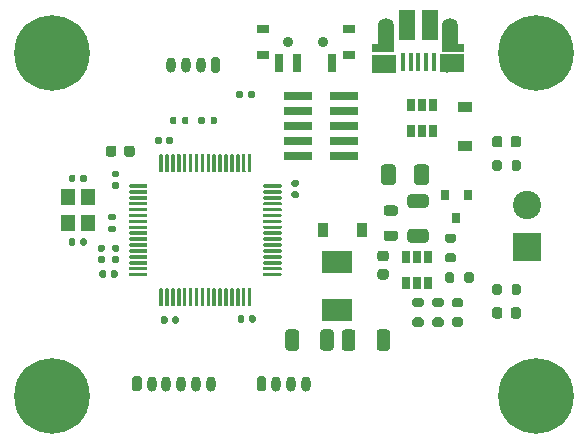
<source format=gbr>
%TF.GenerationSoftware,KiCad,Pcbnew,(5.1.10)-1*%
%TF.CreationDate,2021-06-24T16:14:03-07:00*%
%TF.ProjectId,stm32l476rg,73746d33-326c-4343-9736-72672e6b6963,rev?*%
%TF.SameCoordinates,Original*%
%TF.FileFunction,Soldermask,Top*%
%TF.FilePolarity,Negative*%
%FSLAX46Y46*%
G04 Gerber Fmt 4.6, Leading zero omitted, Abs format (unit mm)*
G04 Created by KiCad (PCBNEW (5.1.10)-1) date 2021-06-24 16:14:03*
%MOMM*%
%LPD*%
G01*
G04 APERTURE LIST*
%ADD10R,1.200000X1.400000*%
%ADD11R,2.400000X0.740000*%
%ADD12R,1.350000X2.000000*%
%ADD13R,1.825000X0.700000*%
%ADD14R,2.000000X1.500000*%
%ADD15R,0.400000X1.650000*%
%ADD16O,1.100000X1.500000*%
%ADD17O,1.350000X1.700000*%
%ADD18R,1.430000X2.500000*%
%ADD19R,1.200000X0.900000*%
%ADD20R,0.900000X1.200000*%
%ADD21C,0.800000*%
%ADD22C,6.400000*%
%ADD23O,0.800000X1.300000*%
%ADD24R,2.400000X2.400000*%
%ADD25C,2.400000*%
%ADD26R,2.500000X1.900000*%
%ADD27R,0.800000X0.900000*%
%ADD28R,1.000000X0.800000*%
%ADD29R,0.700000X1.500000*%
%ADD30C,0.900000*%
%ADD31R,0.650000X1.060000*%
G04 APERTURE END LIST*
D10*
%TO.C,Y1*%
X112050000Y-120200000D03*
X112050000Y-122400000D03*
X110350000Y-122400000D03*
X110350000Y-120200000D03*
%TD*%
%TO.C,R2*%
G36*
G01*
X120030000Y-113885000D02*
X120030000Y-113515000D01*
G75*
G02*
X120165000Y-113380000I135000J0D01*
G01*
X120435000Y-113380000D01*
G75*
G02*
X120570000Y-113515000I0J-135000D01*
G01*
X120570000Y-113885000D01*
G75*
G02*
X120435000Y-114020000I-135000J0D01*
G01*
X120165000Y-114020000D01*
G75*
G02*
X120030000Y-113885000I0J135000D01*
G01*
G37*
G36*
G01*
X119010000Y-113885000D02*
X119010000Y-113515000D01*
G75*
G02*
X119145000Y-113380000I135000J0D01*
G01*
X119415000Y-113380000D01*
G75*
G02*
X119550000Y-113515000I0J-135000D01*
G01*
X119550000Y-113885000D01*
G75*
G02*
X119415000Y-114020000I-135000J0D01*
G01*
X119145000Y-114020000D01*
G75*
G02*
X119010000Y-113885000I0J135000D01*
G01*
G37*
%TD*%
%TO.C,R1*%
G36*
G01*
X121960000Y-113515000D02*
X121960000Y-113885000D01*
G75*
G02*
X121825000Y-114020000I-135000J0D01*
G01*
X121555000Y-114020000D01*
G75*
G02*
X121420000Y-113885000I0J135000D01*
G01*
X121420000Y-113515000D01*
G75*
G02*
X121555000Y-113380000I135000J0D01*
G01*
X121825000Y-113380000D01*
G75*
G02*
X121960000Y-113515000I0J-135000D01*
G01*
G37*
G36*
G01*
X122980000Y-113515000D02*
X122980000Y-113885000D01*
G75*
G02*
X122845000Y-114020000I-135000J0D01*
G01*
X122575000Y-114020000D01*
G75*
G02*
X122440000Y-113885000I0J135000D01*
G01*
X122440000Y-113515000D01*
G75*
G02*
X122575000Y-113380000I135000J0D01*
G01*
X122845000Y-113380000D01*
G75*
G02*
X122980000Y-113515000I0J-135000D01*
G01*
G37*
%TD*%
D11*
%TO.C,J4*%
X129850000Y-111660000D03*
X133750000Y-111660000D03*
X129850000Y-112930000D03*
X133750000Y-112930000D03*
X129850000Y-114200000D03*
X133750000Y-114200000D03*
X129850000Y-115470000D03*
X133750000Y-115470000D03*
X129850000Y-116740000D03*
X133750000Y-116740000D03*
%TD*%
D12*
%TO.C,J5*%
X137275000Y-106815000D03*
X142755000Y-106815000D03*
D13*
X142975000Y-107565000D03*
X137025000Y-107565000D03*
D14*
X142875000Y-108865000D03*
X137125000Y-108885000D03*
D15*
X141325000Y-108765000D03*
X140675000Y-108765000D03*
X140025000Y-108765000D03*
X139375000Y-108765000D03*
X138725000Y-108765000D03*
D16*
X142445000Y-108885000D03*
X137605000Y-108885000D03*
D17*
X142755000Y-105885000D03*
X137295000Y-105885000D03*
D18*
X140985000Y-105615000D03*
X139065000Y-105615000D03*
%TD*%
%TO.C,C1*%
G36*
G01*
X114475000Y-116050000D02*
X114475000Y-116550000D01*
G75*
G02*
X114250000Y-116775000I-225000J0D01*
G01*
X113800000Y-116775000D01*
G75*
G02*
X113575000Y-116550000I0J225000D01*
G01*
X113575000Y-116050000D01*
G75*
G02*
X113800000Y-115825000I225000J0D01*
G01*
X114250000Y-115825000D01*
G75*
G02*
X114475000Y-116050000I0J-225000D01*
G01*
G37*
G36*
G01*
X116025000Y-116050000D02*
X116025000Y-116550000D01*
G75*
G02*
X115800000Y-116775000I-225000J0D01*
G01*
X115350000Y-116775000D01*
G75*
G02*
X115125000Y-116550000I0J225000D01*
G01*
X115125000Y-116050000D01*
G75*
G02*
X115350000Y-115825000I225000J0D01*
G01*
X115800000Y-115825000D01*
G75*
G02*
X116025000Y-116050000I0J-225000D01*
G01*
G37*
%TD*%
%TO.C,C2*%
G36*
G01*
X114570000Y-118520000D02*
X114230000Y-118520000D01*
G75*
G02*
X114090000Y-118380000I0J140000D01*
G01*
X114090000Y-118100000D01*
G75*
G02*
X114230000Y-117960000I140000J0D01*
G01*
X114570000Y-117960000D01*
G75*
G02*
X114710000Y-118100000I0J-140000D01*
G01*
X114710000Y-118380000D01*
G75*
G02*
X114570000Y-118520000I-140000J0D01*
G01*
G37*
G36*
G01*
X114570000Y-119480000D02*
X114230000Y-119480000D01*
G75*
G02*
X114090000Y-119340000I0J140000D01*
G01*
X114090000Y-119060000D01*
G75*
G02*
X114230000Y-118920000I140000J0D01*
G01*
X114570000Y-118920000D01*
G75*
G02*
X114710000Y-119060000I0J-140000D01*
G01*
X114710000Y-119340000D01*
G75*
G02*
X114570000Y-119480000I-140000J0D01*
G01*
G37*
%TD*%
%TO.C,C3*%
G36*
G01*
X119760000Y-130430000D02*
X119760000Y-130770000D01*
G75*
G02*
X119620000Y-130910000I-140000J0D01*
G01*
X119340000Y-130910000D01*
G75*
G02*
X119200000Y-130770000I0J140000D01*
G01*
X119200000Y-130430000D01*
G75*
G02*
X119340000Y-130290000I140000J0D01*
G01*
X119620000Y-130290000D01*
G75*
G02*
X119760000Y-130430000I0J-140000D01*
G01*
G37*
G36*
G01*
X118800000Y-130430000D02*
X118800000Y-130770000D01*
G75*
G02*
X118660000Y-130910000I-140000J0D01*
G01*
X118380000Y-130910000D01*
G75*
G02*
X118240000Y-130770000I0J140000D01*
G01*
X118240000Y-130430000D01*
G75*
G02*
X118380000Y-130290000I140000J0D01*
G01*
X118660000Y-130290000D01*
G75*
G02*
X118800000Y-130430000I0J-140000D01*
G01*
G37*
%TD*%
%TO.C,C4*%
G36*
G01*
X125300000Y-130330000D02*
X125300000Y-130670000D01*
G75*
G02*
X125160000Y-130810000I-140000J0D01*
G01*
X124880000Y-130810000D01*
G75*
G02*
X124740000Y-130670000I0J140000D01*
G01*
X124740000Y-130330000D01*
G75*
G02*
X124880000Y-130190000I140000J0D01*
G01*
X125160000Y-130190000D01*
G75*
G02*
X125300000Y-130330000I0J-140000D01*
G01*
G37*
G36*
G01*
X126260000Y-130330000D02*
X126260000Y-130670000D01*
G75*
G02*
X126120000Y-130810000I-140000J0D01*
G01*
X125840000Y-130810000D01*
G75*
G02*
X125700000Y-130670000I0J140000D01*
G01*
X125700000Y-130330000D01*
G75*
G02*
X125840000Y-130190000I140000J0D01*
G01*
X126120000Y-130190000D01*
G75*
G02*
X126260000Y-130330000I0J-140000D01*
G01*
G37*
%TD*%
%TO.C,C5*%
G36*
G01*
X118700000Y-115570000D02*
X118700000Y-115230000D01*
G75*
G02*
X118840000Y-115090000I140000J0D01*
G01*
X119120000Y-115090000D01*
G75*
G02*
X119260000Y-115230000I0J-140000D01*
G01*
X119260000Y-115570000D01*
G75*
G02*
X119120000Y-115710000I-140000J0D01*
G01*
X118840000Y-115710000D01*
G75*
G02*
X118700000Y-115570000I0J140000D01*
G01*
G37*
G36*
G01*
X117740000Y-115570000D02*
X117740000Y-115230000D01*
G75*
G02*
X117880000Y-115090000I140000J0D01*
G01*
X118160000Y-115090000D01*
G75*
G02*
X118300000Y-115230000I0J-140000D01*
G01*
X118300000Y-115570000D01*
G75*
G02*
X118160000Y-115710000I-140000J0D01*
G01*
X117880000Y-115710000D01*
G75*
G02*
X117740000Y-115570000I0J140000D01*
G01*
G37*
%TD*%
%TO.C,C6*%
G36*
G01*
X129430000Y-118740000D02*
X129770000Y-118740000D01*
G75*
G02*
X129910000Y-118880000I0J-140000D01*
G01*
X129910000Y-119160000D01*
G75*
G02*
X129770000Y-119300000I-140000J0D01*
G01*
X129430000Y-119300000D01*
G75*
G02*
X129290000Y-119160000I0J140000D01*
G01*
X129290000Y-118880000D01*
G75*
G02*
X129430000Y-118740000I140000J0D01*
G01*
G37*
G36*
G01*
X129430000Y-119700000D02*
X129770000Y-119700000D01*
G75*
G02*
X129910000Y-119840000I0J-140000D01*
G01*
X129910000Y-120120000D01*
G75*
G02*
X129770000Y-120260000I-140000J0D01*
G01*
X129430000Y-120260000D01*
G75*
G02*
X129290000Y-120120000I0J140000D01*
G01*
X129290000Y-119840000D01*
G75*
G02*
X129430000Y-119700000I140000J0D01*
G01*
G37*
%TD*%
%TO.C,C7*%
G36*
G01*
X136800000Y-124725000D02*
X137300000Y-124725000D01*
G75*
G02*
X137525000Y-124950000I0J-225000D01*
G01*
X137525000Y-125400000D01*
G75*
G02*
X137300000Y-125625000I-225000J0D01*
G01*
X136800000Y-125625000D01*
G75*
G02*
X136575000Y-125400000I0J225000D01*
G01*
X136575000Y-124950000D01*
G75*
G02*
X136800000Y-124725000I225000J0D01*
G01*
G37*
G36*
G01*
X136800000Y-126275000D02*
X137300000Y-126275000D01*
G75*
G02*
X137525000Y-126500000I0J-225000D01*
G01*
X137525000Y-126950000D01*
G75*
G02*
X137300000Y-127175000I-225000J0D01*
G01*
X136800000Y-127175000D01*
G75*
G02*
X136575000Y-126950000I0J225000D01*
G01*
X136575000Y-126500000D01*
G75*
G02*
X136800000Y-126275000I225000J0D01*
G01*
G37*
%TD*%
%TO.C,C8*%
G36*
G01*
X113370000Y-124800000D02*
X113030000Y-124800000D01*
G75*
G02*
X112890000Y-124660000I0J140000D01*
G01*
X112890000Y-124380000D01*
G75*
G02*
X113030000Y-124240000I140000J0D01*
G01*
X113370000Y-124240000D01*
G75*
G02*
X113510000Y-124380000I0J-140000D01*
G01*
X113510000Y-124660000D01*
G75*
G02*
X113370000Y-124800000I-140000J0D01*
G01*
G37*
G36*
G01*
X113370000Y-125760000D02*
X113030000Y-125760000D01*
G75*
G02*
X112890000Y-125620000I0J140000D01*
G01*
X112890000Y-125340000D01*
G75*
G02*
X113030000Y-125200000I140000J0D01*
G01*
X113370000Y-125200000D01*
G75*
G02*
X113510000Y-125340000I0J-140000D01*
G01*
X113510000Y-125620000D01*
G75*
G02*
X113370000Y-125760000I-140000J0D01*
G01*
G37*
%TD*%
%TO.C,C9*%
G36*
G01*
X114570000Y-125760000D02*
X114230000Y-125760000D01*
G75*
G02*
X114090000Y-125620000I0J140000D01*
G01*
X114090000Y-125340000D01*
G75*
G02*
X114230000Y-125200000I140000J0D01*
G01*
X114570000Y-125200000D01*
G75*
G02*
X114710000Y-125340000I0J-140000D01*
G01*
X114710000Y-125620000D01*
G75*
G02*
X114570000Y-125760000I-140000J0D01*
G01*
G37*
G36*
G01*
X114570000Y-124800000D02*
X114230000Y-124800000D01*
G75*
G02*
X114090000Y-124660000I0J140000D01*
G01*
X114090000Y-124380000D01*
G75*
G02*
X114230000Y-124240000I140000J0D01*
G01*
X114570000Y-124240000D01*
G75*
G02*
X114710000Y-124380000I0J-140000D01*
G01*
X114710000Y-124660000D01*
G75*
G02*
X114570000Y-124800000I-140000J0D01*
G01*
G37*
%TD*%
%TO.C,C10*%
G36*
G01*
X139349999Y-122900000D02*
X140650001Y-122900000D01*
G75*
G02*
X140900000Y-123149999I0J-249999D01*
G01*
X140900000Y-123800001D01*
G75*
G02*
X140650001Y-124050000I-249999J0D01*
G01*
X139349999Y-124050000D01*
G75*
G02*
X139100000Y-123800001I0J249999D01*
G01*
X139100000Y-123149999D01*
G75*
G02*
X139349999Y-122900000I249999J0D01*
G01*
G37*
G36*
G01*
X139349999Y-119950000D02*
X140650001Y-119950000D01*
G75*
G02*
X140900000Y-120199999I0J-249999D01*
G01*
X140900000Y-120850001D01*
G75*
G02*
X140650001Y-121100000I-249999J0D01*
G01*
X139349999Y-121100000D01*
G75*
G02*
X139100000Y-120850001I0J249999D01*
G01*
X139100000Y-120199999D01*
G75*
G02*
X139349999Y-119950000I249999J0D01*
G01*
G37*
%TD*%
%TO.C,C11*%
G36*
G01*
X134700000Y-131649999D02*
X134700000Y-132950001D01*
G75*
G02*
X134450001Y-133200000I-249999J0D01*
G01*
X133799999Y-133200000D01*
G75*
G02*
X133550000Y-132950001I0J249999D01*
G01*
X133550000Y-131649999D01*
G75*
G02*
X133799999Y-131400000I249999J0D01*
G01*
X134450001Y-131400000D01*
G75*
G02*
X134700000Y-131649999I0J-249999D01*
G01*
G37*
G36*
G01*
X137650000Y-131649999D02*
X137650000Y-132950001D01*
G75*
G02*
X137400001Y-133200000I-249999J0D01*
G01*
X136749999Y-133200000D01*
G75*
G02*
X136500000Y-132950001I0J249999D01*
G01*
X136500000Y-131649999D01*
G75*
G02*
X136749999Y-131400000I249999J0D01*
G01*
X137400001Y-131400000D01*
G75*
G02*
X137650000Y-131649999I0J-249999D01*
G01*
G37*
%TD*%
%TO.C,C12*%
G36*
G01*
X128775000Y-132950001D02*
X128775000Y-131649999D01*
G75*
G02*
X129024999Y-131400000I249999J0D01*
G01*
X129675001Y-131400000D01*
G75*
G02*
X129925000Y-131649999I0J-249999D01*
G01*
X129925000Y-132950001D01*
G75*
G02*
X129675001Y-133200000I-249999J0D01*
G01*
X129024999Y-133200000D01*
G75*
G02*
X128775000Y-132950001I0J249999D01*
G01*
G37*
G36*
G01*
X131725000Y-132950001D02*
X131725000Y-131649999D01*
G75*
G02*
X131974999Y-131400000I249999J0D01*
G01*
X132625001Y-131400000D01*
G75*
G02*
X132875000Y-131649999I0J-249999D01*
G01*
X132875000Y-132950001D01*
G75*
G02*
X132625001Y-133200000I-249999J0D01*
G01*
X131974999Y-133200000D01*
G75*
G02*
X131725000Y-132950001I0J249999D01*
G01*
G37*
%TD*%
%TO.C,C13*%
G36*
G01*
X111960000Y-118430000D02*
X111960000Y-118770000D01*
G75*
G02*
X111820000Y-118910000I-140000J0D01*
G01*
X111540000Y-118910000D01*
G75*
G02*
X111400000Y-118770000I0J140000D01*
G01*
X111400000Y-118430000D01*
G75*
G02*
X111540000Y-118290000I140000J0D01*
G01*
X111820000Y-118290000D01*
G75*
G02*
X111960000Y-118430000I0J-140000D01*
G01*
G37*
G36*
G01*
X111000000Y-118430000D02*
X111000000Y-118770000D01*
G75*
G02*
X110860000Y-118910000I-140000J0D01*
G01*
X110580000Y-118910000D01*
G75*
G02*
X110440000Y-118770000I0J140000D01*
G01*
X110440000Y-118430000D01*
G75*
G02*
X110580000Y-118290000I140000J0D01*
G01*
X110860000Y-118290000D01*
G75*
G02*
X111000000Y-118430000I0J-140000D01*
G01*
G37*
%TD*%
%TO.C,C14*%
G36*
G01*
X111400000Y-124170000D02*
X111400000Y-123830000D01*
G75*
G02*
X111540000Y-123690000I140000J0D01*
G01*
X111820000Y-123690000D01*
G75*
G02*
X111960000Y-123830000I0J-140000D01*
G01*
X111960000Y-124170000D01*
G75*
G02*
X111820000Y-124310000I-140000J0D01*
G01*
X111540000Y-124310000D01*
G75*
G02*
X111400000Y-124170000I0J140000D01*
G01*
G37*
G36*
G01*
X110440000Y-124170000D02*
X110440000Y-123830000D01*
G75*
G02*
X110580000Y-123690000I140000J0D01*
G01*
X110860000Y-123690000D01*
G75*
G02*
X111000000Y-123830000I0J-140000D01*
G01*
X111000000Y-124170000D01*
G75*
G02*
X110860000Y-124310000I-140000J0D01*
G01*
X110580000Y-124310000D01*
G75*
G02*
X110440000Y-124170000I0J140000D01*
G01*
G37*
%TD*%
D19*
%TO.C,D1*%
X144000000Y-115900000D03*
X144000000Y-112600000D03*
%TD*%
D20*
%TO.C,D2*%
X132000000Y-123000000D03*
X135300000Y-123000000D03*
%TD*%
%TO.C,D3*%
G36*
G01*
X148725000Y-115243750D02*
X148725000Y-115756250D01*
G75*
G02*
X148506250Y-115975000I-218750J0D01*
G01*
X148068750Y-115975000D01*
G75*
G02*
X147850000Y-115756250I0J218750D01*
G01*
X147850000Y-115243750D01*
G75*
G02*
X148068750Y-115025000I218750J0D01*
G01*
X148506250Y-115025000D01*
G75*
G02*
X148725000Y-115243750I0J-218750D01*
G01*
G37*
G36*
G01*
X147150000Y-115243750D02*
X147150000Y-115756250D01*
G75*
G02*
X146931250Y-115975000I-218750J0D01*
G01*
X146493750Y-115975000D01*
G75*
G02*
X146275000Y-115756250I0J218750D01*
G01*
X146275000Y-115243750D01*
G75*
G02*
X146493750Y-115025000I218750J0D01*
G01*
X146931250Y-115025000D01*
G75*
G02*
X147150000Y-115243750I0J-218750D01*
G01*
G37*
%TD*%
%TO.C,D4*%
G36*
G01*
X148725000Y-129743750D02*
X148725000Y-130256250D01*
G75*
G02*
X148506250Y-130475000I-218750J0D01*
G01*
X148068750Y-130475000D01*
G75*
G02*
X147850000Y-130256250I0J218750D01*
G01*
X147850000Y-129743750D01*
G75*
G02*
X148068750Y-129525000I218750J0D01*
G01*
X148506250Y-129525000D01*
G75*
G02*
X148725000Y-129743750I0J-218750D01*
G01*
G37*
G36*
G01*
X147150000Y-129743750D02*
X147150000Y-130256250D01*
G75*
G02*
X146931250Y-130475000I-218750J0D01*
G01*
X146493750Y-130475000D01*
G75*
G02*
X146275000Y-130256250I0J218750D01*
G01*
X146275000Y-129743750D01*
G75*
G02*
X146493750Y-129525000I218750J0D01*
G01*
X146931250Y-129525000D01*
G75*
G02*
X147150000Y-129743750I0J-218750D01*
G01*
G37*
%TD*%
%TO.C,F1*%
G36*
G01*
X136875000Y-118925000D02*
X136875000Y-117675000D01*
G75*
G02*
X137125000Y-117425000I250000J0D01*
G01*
X137875000Y-117425000D01*
G75*
G02*
X138125000Y-117675000I0J-250000D01*
G01*
X138125000Y-118925000D01*
G75*
G02*
X137875000Y-119175000I-250000J0D01*
G01*
X137125000Y-119175000D01*
G75*
G02*
X136875000Y-118925000I0J250000D01*
G01*
G37*
G36*
G01*
X139675000Y-118925000D02*
X139675000Y-117675000D01*
G75*
G02*
X139925000Y-117425000I250000J0D01*
G01*
X140675000Y-117425000D01*
G75*
G02*
X140925000Y-117675000I0J-250000D01*
G01*
X140925000Y-118925000D01*
G75*
G02*
X140675000Y-119175000I-250000J0D01*
G01*
X139925000Y-119175000D01*
G75*
G02*
X139675000Y-118925000I0J250000D01*
G01*
G37*
%TD*%
%TO.C,FB1*%
G36*
G01*
X138081250Y-123900000D02*
X137318750Y-123900000D01*
G75*
G02*
X137100000Y-123681250I0J218750D01*
G01*
X137100000Y-123243750D01*
G75*
G02*
X137318750Y-123025000I218750J0D01*
G01*
X138081250Y-123025000D01*
G75*
G02*
X138300000Y-123243750I0J-218750D01*
G01*
X138300000Y-123681250D01*
G75*
G02*
X138081250Y-123900000I-218750J0D01*
G01*
G37*
G36*
G01*
X138081250Y-121775000D02*
X137318750Y-121775000D01*
G75*
G02*
X137100000Y-121556250I0J218750D01*
G01*
X137100000Y-121118750D01*
G75*
G02*
X137318750Y-120900000I218750J0D01*
G01*
X138081250Y-120900000D01*
G75*
G02*
X138300000Y-121118750I0J-218750D01*
G01*
X138300000Y-121556250D01*
G75*
G02*
X138081250Y-121775000I-218750J0D01*
G01*
G37*
%TD*%
D21*
%TO.C,H1*%
X110697056Y-106302944D03*
X109000000Y-105600000D03*
X107302944Y-106302944D03*
X106600000Y-108000000D03*
X107302944Y-109697056D03*
X109000000Y-110400000D03*
X110697056Y-109697056D03*
X111400000Y-108000000D03*
D22*
X109000000Y-108000000D03*
%TD*%
D21*
%TO.C,H2*%
X151697056Y-106302944D03*
X150000000Y-105600000D03*
X148302944Y-106302944D03*
X147600000Y-108000000D03*
X148302944Y-109697056D03*
X150000000Y-110400000D03*
X151697056Y-109697056D03*
X152400000Y-108000000D03*
D22*
X150000000Y-108000000D03*
%TD*%
%TO.C,H3*%
X109000000Y-137000000D03*
D21*
X111400000Y-137000000D03*
X110697056Y-138697056D03*
X109000000Y-139400000D03*
X107302944Y-138697056D03*
X106600000Y-137000000D03*
X107302944Y-135302944D03*
X109000000Y-134600000D03*
X110697056Y-135302944D03*
%TD*%
%TO.C,H4*%
X151697056Y-135302944D03*
X150000000Y-134600000D03*
X148302944Y-135302944D03*
X147600000Y-137000000D03*
X148302944Y-138697056D03*
X150000000Y-139400000D03*
X151697056Y-138697056D03*
X152400000Y-137000000D03*
D22*
X150000000Y-137000000D03*
%TD*%
D23*
%TO.C,J1*%
X130500000Y-136000000D03*
X129250000Y-136000000D03*
X128000000Y-136000000D03*
G36*
G01*
X126350000Y-136450000D02*
X126350000Y-135550000D01*
G75*
G02*
X126550000Y-135350000I200000J0D01*
G01*
X126950000Y-135350000D01*
G75*
G02*
X127150000Y-135550000I0J-200000D01*
G01*
X127150000Y-136450000D01*
G75*
G02*
X126950000Y-136650000I-200000J0D01*
G01*
X126550000Y-136650000D01*
G75*
G02*
X126350000Y-136450000I0J200000D01*
G01*
G37*
%TD*%
%TO.C,J2*%
G36*
G01*
X123275000Y-108550000D02*
X123275000Y-109450000D01*
G75*
G02*
X123075000Y-109650000I-200000J0D01*
G01*
X122675000Y-109650000D01*
G75*
G02*
X122475000Y-109450000I0J200000D01*
G01*
X122475000Y-108550000D01*
G75*
G02*
X122675000Y-108350000I200000J0D01*
G01*
X123075000Y-108350000D01*
G75*
G02*
X123275000Y-108550000I0J-200000D01*
G01*
G37*
X121625000Y-109000000D03*
X120375000Y-109000000D03*
X119125000Y-109000000D03*
%TD*%
%TO.C,J3*%
G36*
G01*
X115800000Y-136450000D02*
X115800000Y-135550000D01*
G75*
G02*
X116000000Y-135350000I200000J0D01*
G01*
X116400000Y-135350000D01*
G75*
G02*
X116600000Y-135550000I0J-200000D01*
G01*
X116600000Y-136450000D01*
G75*
G02*
X116400000Y-136650000I-200000J0D01*
G01*
X116000000Y-136650000D01*
G75*
G02*
X115800000Y-136450000I0J200000D01*
G01*
G37*
X117450000Y-136000000D03*
X118700000Y-136000000D03*
X119950000Y-136000000D03*
X121200000Y-136000000D03*
X122450000Y-136000000D03*
%TD*%
D24*
%TO.C,J6*%
X149250000Y-124400000D03*
D25*
X149250000Y-120900000D03*
%TD*%
%TO.C,L1*%
G36*
G01*
X113020000Y-126872500D02*
X113020000Y-126527500D01*
G75*
G02*
X113167500Y-126380000I147500J0D01*
G01*
X113462500Y-126380000D01*
G75*
G02*
X113610000Y-126527500I0J-147500D01*
G01*
X113610000Y-126872500D01*
G75*
G02*
X113462500Y-127020000I-147500J0D01*
G01*
X113167500Y-127020000D01*
G75*
G02*
X113020000Y-126872500I0J147500D01*
G01*
G37*
G36*
G01*
X113990000Y-126872500D02*
X113990000Y-126527500D01*
G75*
G02*
X114137500Y-126380000I147500J0D01*
G01*
X114432500Y-126380000D01*
G75*
G02*
X114580000Y-126527500I0J-147500D01*
G01*
X114580000Y-126872500D01*
G75*
G02*
X114432500Y-127020000I-147500J0D01*
G01*
X114137500Y-127020000D01*
G75*
G02*
X113990000Y-126872500I0J147500D01*
G01*
G37*
%TD*%
D26*
%TO.C,L2*%
X133150000Y-125650000D03*
X133150000Y-129750000D03*
%TD*%
D27*
%TO.C,Q1*%
X144200000Y-120000000D03*
X142300000Y-120000000D03*
X143250000Y-122000000D03*
%TD*%
%TO.C,R3*%
G36*
G01*
X125160000Y-111315000D02*
X125160000Y-111685000D01*
G75*
G02*
X125025000Y-111820000I-135000J0D01*
G01*
X124755000Y-111820000D01*
G75*
G02*
X124620000Y-111685000I0J135000D01*
G01*
X124620000Y-111315000D01*
G75*
G02*
X124755000Y-111180000I135000J0D01*
G01*
X125025000Y-111180000D01*
G75*
G02*
X125160000Y-111315000I0J-135000D01*
G01*
G37*
G36*
G01*
X126180000Y-111315000D02*
X126180000Y-111685000D01*
G75*
G02*
X126045000Y-111820000I-135000J0D01*
G01*
X125775000Y-111820000D01*
G75*
G02*
X125640000Y-111685000I0J135000D01*
G01*
X125640000Y-111315000D01*
G75*
G02*
X125775000Y-111180000I135000J0D01*
G01*
X126045000Y-111180000D01*
G75*
G02*
X126180000Y-111315000I0J-135000D01*
G01*
G37*
%TD*%
%TO.C,R4*%
G36*
G01*
X142475000Y-123275000D02*
X143025000Y-123275000D01*
G75*
G02*
X143225000Y-123475000I0J-200000D01*
G01*
X143225000Y-123875000D01*
G75*
G02*
X143025000Y-124075000I-200000J0D01*
G01*
X142475000Y-124075000D01*
G75*
G02*
X142275000Y-123875000I0J200000D01*
G01*
X142275000Y-123475000D01*
G75*
G02*
X142475000Y-123275000I200000J0D01*
G01*
G37*
G36*
G01*
X142475000Y-124925000D02*
X143025000Y-124925000D01*
G75*
G02*
X143225000Y-125125000I0J-200000D01*
G01*
X143225000Y-125525000D01*
G75*
G02*
X143025000Y-125725000I-200000J0D01*
G01*
X142475000Y-125725000D01*
G75*
G02*
X142275000Y-125525000I0J200000D01*
G01*
X142275000Y-125125000D01*
G75*
G02*
X142475000Y-124925000I200000J0D01*
G01*
G37*
%TD*%
%TO.C,R5*%
G36*
G01*
X143925000Y-127275000D02*
X143925000Y-126725000D01*
G75*
G02*
X144125000Y-126525000I200000J0D01*
G01*
X144525000Y-126525000D01*
G75*
G02*
X144725000Y-126725000I0J-200000D01*
G01*
X144725000Y-127275000D01*
G75*
G02*
X144525000Y-127475000I-200000J0D01*
G01*
X144125000Y-127475000D01*
G75*
G02*
X143925000Y-127275000I0J200000D01*
G01*
G37*
G36*
G01*
X142275000Y-127275000D02*
X142275000Y-126725000D01*
G75*
G02*
X142475000Y-126525000I200000J0D01*
G01*
X142875000Y-126525000D01*
G75*
G02*
X143075000Y-126725000I0J-200000D01*
G01*
X143075000Y-127275000D01*
G75*
G02*
X142875000Y-127475000I-200000J0D01*
G01*
X142475000Y-127475000D01*
G75*
G02*
X142275000Y-127275000I0J200000D01*
G01*
G37*
%TD*%
%TO.C,R6*%
G36*
G01*
X140275000Y-129525000D02*
X139725000Y-129525000D01*
G75*
G02*
X139525000Y-129325000I0J200000D01*
G01*
X139525000Y-128925000D01*
G75*
G02*
X139725000Y-128725000I200000J0D01*
G01*
X140275000Y-128725000D01*
G75*
G02*
X140475000Y-128925000I0J-200000D01*
G01*
X140475000Y-129325000D01*
G75*
G02*
X140275000Y-129525000I-200000J0D01*
G01*
G37*
G36*
G01*
X140275000Y-131175000D02*
X139725000Y-131175000D01*
G75*
G02*
X139525000Y-130975000I0J200000D01*
G01*
X139525000Y-130575000D01*
G75*
G02*
X139725000Y-130375000I200000J0D01*
G01*
X140275000Y-130375000D01*
G75*
G02*
X140475000Y-130575000I0J-200000D01*
G01*
X140475000Y-130975000D01*
G75*
G02*
X140275000Y-131175000I-200000J0D01*
G01*
G37*
%TD*%
%TO.C,R7*%
G36*
G01*
X141425000Y-130375000D02*
X141975000Y-130375000D01*
G75*
G02*
X142175000Y-130575000I0J-200000D01*
G01*
X142175000Y-130975000D01*
G75*
G02*
X141975000Y-131175000I-200000J0D01*
G01*
X141425000Y-131175000D01*
G75*
G02*
X141225000Y-130975000I0J200000D01*
G01*
X141225000Y-130575000D01*
G75*
G02*
X141425000Y-130375000I200000J0D01*
G01*
G37*
G36*
G01*
X141425000Y-128725000D02*
X141975000Y-128725000D01*
G75*
G02*
X142175000Y-128925000I0J-200000D01*
G01*
X142175000Y-129325000D01*
G75*
G02*
X141975000Y-129525000I-200000J0D01*
G01*
X141425000Y-129525000D01*
G75*
G02*
X141225000Y-129325000I0J200000D01*
G01*
X141225000Y-128925000D01*
G75*
G02*
X141425000Y-128725000I200000J0D01*
G01*
G37*
%TD*%
%TO.C,R8*%
G36*
G01*
X143625000Y-129525000D02*
X143075000Y-129525000D01*
G75*
G02*
X142875000Y-129325000I0J200000D01*
G01*
X142875000Y-128925000D01*
G75*
G02*
X143075000Y-128725000I200000J0D01*
G01*
X143625000Y-128725000D01*
G75*
G02*
X143825000Y-128925000I0J-200000D01*
G01*
X143825000Y-129325000D01*
G75*
G02*
X143625000Y-129525000I-200000J0D01*
G01*
G37*
G36*
G01*
X143625000Y-131175000D02*
X143075000Y-131175000D01*
G75*
G02*
X142875000Y-130975000I0J200000D01*
G01*
X142875000Y-130575000D01*
G75*
G02*
X143075000Y-130375000I200000J0D01*
G01*
X143625000Y-130375000D01*
G75*
G02*
X143825000Y-130575000I0J-200000D01*
G01*
X143825000Y-130975000D01*
G75*
G02*
X143625000Y-131175000I-200000J0D01*
G01*
G37*
%TD*%
%TO.C,R9*%
G36*
G01*
X113915000Y-121620000D02*
X114285000Y-121620000D01*
G75*
G02*
X114420000Y-121755000I0J-135000D01*
G01*
X114420000Y-122025000D01*
G75*
G02*
X114285000Y-122160000I-135000J0D01*
G01*
X113915000Y-122160000D01*
G75*
G02*
X113780000Y-122025000I0J135000D01*
G01*
X113780000Y-121755000D01*
G75*
G02*
X113915000Y-121620000I135000J0D01*
G01*
G37*
G36*
G01*
X113915000Y-122640000D02*
X114285000Y-122640000D01*
G75*
G02*
X114420000Y-122775000I0J-135000D01*
G01*
X114420000Y-123045000D01*
G75*
G02*
X114285000Y-123180000I-135000J0D01*
G01*
X113915000Y-123180000D01*
G75*
G02*
X113780000Y-123045000I0J135000D01*
G01*
X113780000Y-122775000D01*
G75*
G02*
X113915000Y-122640000I135000J0D01*
G01*
G37*
%TD*%
%TO.C,R10*%
G36*
G01*
X147075000Y-117225000D02*
X147075000Y-117775000D01*
G75*
G02*
X146875000Y-117975000I-200000J0D01*
G01*
X146475000Y-117975000D01*
G75*
G02*
X146275000Y-117775000I0J200000D01*
G01*
X146275000Y-117225000D01*
G75*
G02*
X146475000Y-117025000I200000J0D01*
G01*
X146875000Y-117025000D01*
G75*
G02*
X147075000Y-117225000I0J-200000D01*
G01*
G37*
G36*
G01*
X148725000Y-117225000D02*
X148725000Y-117775000D01*
G75*
G02*
X148525000Y-117975000I-200000J0D01*
G01*
X148125000Y-117975000D01*
G75*
G02*
X147925000Y-117775000I0J200000D01*
G01*
X147925000Y-117225000D01*
G75*
G02*
X148125000Y-117025000I200000J0D01*
G01*
X148525000Y-117025000D01*
G75*
G02*
X148725000Y-117225000I0J-200000D01*
G01*
G37*
%TD*%
%TO.C,R11*%
G36*
G01*
X148725000Y-127725000D02*
X148725000Y-128275000D01*
G75*
G02*
X148525000Y-128475000I-200000J0D01*
G01*
X148125000Y-128475000D01*
G75*
G02*
X147925000Y-128275000I0J200000D01*
G01*
X147925000Y-127725000D01*
G75*
G02*
X148125000Y-127525000I200000J0D01*
G01*
X148525000Y-127525000D01*
G75*
G02*
X148725000Y-127725000I0J-200000D01*
G01*
G37*
G36*
G01*
X147075000Y-127725000D02*
X147075000Y-128275000D01*
G75*
G02*
X146875000Y-128475000I-200000J0D01*
G01*
X146475000Y-128475000D01*
G75*
G02*
X146275000Y-128275000I0J200000D01*
G01*
X146275000Y-127725000D01*
G75*
G02*
X146475000Y-127525000I200000J0D01*
G01*
X146875000Y-127525000D01*
G75*
G02*
X147075000Y-127725000I0J-200000D01*
G01*
G37*
%TD*%
D28*
%TO.C,SW1*%
X134150000Y-108180000D03*
X126850000Y-108180000D03*
X126850000Y-105970000D03*
X134150000Y-105970000D03*
D29*
X128250000Y-108830000D03*
X129750000Y-108830000D03*
X132750000Y-108830000D03*
D30*
X129000000Y-107070000D03*
X132000000Y-107070000D03*
%TD*%
D31*
%TO.C,U1*%
X141300000Y-112400000D03*
X140350000Y-112400000D03*
X139400000Y-112400000D03*
X139400000Y-114600000D03*
X141300000Y-114600000D03*
X140350000Y-114600000D03*
%TD*%
%TO.C,U2*%
X139900000Y-125250000D03*
X138950000Y-125250000D03*
X140850000Y-125250000D03*
X140850000Y-127450000D03*
X139900000Y-127450000D03*
X138950000Y-127450000D03*
%TD*%
%TO.C,U3*%
G36*
G01*
X115550000Y-119325000D02*
X115550000Y-119175000D01*
G75*
G02*
X115625000Y-119100000I75000J0D01*
G01*
X117025000Y-119100000D01*
G75*
G02*
X117100000Y-119175000I0J-75000D01*
G01*
X117100000Y-119325000D01*
G75*
G02*
X117025000Y-119400000I-75000J0D01*
G01*
X115625000Y-119400000D01*
G75*
G02*
X115550000Y-119325000I0J75000D01*
G01*
G37*
G36*
G01*
X115550000Y-119825000D02*
X115550000Y-119675000D01*
G75*
G02*
X115625000Y-119600000I75000J0D01*
G01*
X117025000Y-119600000D01*
G75*
G02*
X117100000Y-119675000I0J-75000D01*
G01*
X117100000Y-119825000D01*
G75*
G02*
X117025000Y-119900000I-75000J0D01*
G01*
X115625000Y-119900000D01*
G75*
G02*
X115550000Y-119825000I0J75000D01*
G01*
G37*
G36*
G01*
X115550000Y-120325000D02*
X115550000Y-120175000D01*
G75*
G02*
X115625000Y-120100000I75000J0D01*
G01*
X117025000Y-120100000D01*
G75*
G02*
X117100000Y-120175000I0J-75000D01*
G01*
X117100000Y-120325000D01*
G75*
G02*
X117025000Y-120400000I-75000J0D01*
G01*
X115625000Y-120400000D01*
G75*
G02*
X115550000Y-120325000I0J75000D01*
G01*
G37*
G36*
G01*
X115550000Y-120825000D02*
X115550000Y-120675000D01*
G75*
G02*
X115625000Y-120600000I75000J0D01*
G01*
X117025000Y-120600000D01*
G75*
G02*
X117100000Y-120675000I0J-75000D01*
G01*
X117100000Y-120825000D01*
G75*
G02*
X117025000Y-120900000I-75000J0D01*
G01*
X115625000Y-120900000D01*
G75*
G02*
X115550000Y-120825000I0J75000D01*
G01*
G37*
G36*
G01*
X115550000Y-121325000D02*
X115550000Y-121175000D01*
G75*
G02*
X115625000Y-121100000I75000J0D01*
G01*
X117025000Y-121100000D01*
G75*
G02*
X117100000Y-121175000I0J-75000D01*
G01*
X117100000Y-121325000D01*
G75*
G02*
X117025000Y-121400000I-75000J0D01*
G01*
X115625000Y-121400000D01*
G75*
G02*
X115550000Y-121325000I0J75000D01*
G01*
G37*
G36*
G01*
X115550000Y-121825000D02*
X115550000Y-121675000D01*
G75*
G02*
X115625000Y-121600000I75000J0D01*
G01*
X117025000Y-121600000D01*
G75*
G02*
X117100000Y-121675000I0J-75000D01*
G01*
X117100000Y-121825000D01*
G75*
G02*
X117025000Y-121900000I-75000J0D01*
G01*
X115625000Y-121900000D01*
G75*
G02*
X115550000Y-121825000I0J75000D01*
G01*
G37*
G36*
G01*
X115550000Y-122325000D02*
X115550000Y-122175000D01*
G75*
G02*
X115625000Y-122100000I75000J0D01*
G01*
X117025000Y-122100000D01*
G75*
G02*
X117100000Y-122175000I0J-75000D01*
G01*
X117100000Y-122325000D01*
G75*
G02*
X117025000Y-122400000I-75000J0D01*
G01*
X115625000Y-122400000D01*
G75*
G02*
X115550000Y-122325000I0J75000D01*
G01*
G37*
G36*
G01*
X115550000Y-122825000D02*
X115550000Y-122675000D01*
G75*
G02*
X115625000Y-122600000I75000J0D01*
G01*
X117025000Y-122600000D01*
G75*
G02*
X117100000Y-122675000I0J-75000D01*
G01*
X117100000Y-122825000D01*
G75*
G02*
X117025000Y-122900000I-75000J0D01*
G01*
X115625000Y-122900000D01*
G75*
G02*
X115550000Y-122825000I0J75000D01*
G01*
G37*
G36*
G01*
X115550000Y-123325000D02*
X115550000Y-123175000D01*
G75*
G02*
X115625000Y-123100000I75000J0D01*
G01*
X117025000Y-123100000D01*
G75*
G02*
X117100000Y-123175000I0J-75000D01*
G01*
X117100000Y-123325000D01*
G75*
G02*
X117025000Y-123400000I-75000J0D01*
G01*
X115625000Y-123400000D01*
G75*
G02*
X115550000Y-123325000I0J75000D01*
G01*
G37*
G36*
G01*
X115550000Y-123825000D02*
X115550000Y-123675000D01*
G75*
G02*
X115625000Y-123600000I75000J0D01*
G01*
X117025000Y-123600000D01*
G75*
G02*
X117100000Y-123675000I0J-75000D01*
G01*
X117100000Y-123825000D01*
G75*
G02*
X117025000Y-123900000I-75000J0D01*
G01*
X115625000Y-123900000D01*
G75*
G02*
X115550000Y-123825000I0J75000D01*
G01*
G37*
G36*
G01*
X115550000Y-124325000D02*
X115550000Y-124175000D01*
G75*
G02*
X115625000Y-124100000I75000J0D01*
G01*
X117025000Y-124100000D01*
G75*
G02*
X117100000Y-124175000I0J-75000D01*
G01*
X117100000Y-124325000D01*
G75*
G02*
X117025000Y-124400000I-75000J0D01*
G01*
X115625000Y-124400000D01*
G75*
G02*
X115550000Y-124325000I0J75000D01*
G01*
G37*
G36*
G01*
X115550000Y-124825000D02*
X115550000Y-124675000D01*
G75*
G02*
X115625000Y-124600000I75000J0D01*
G01*
X117025000Y-124600000D01*
G75*
G02*
X117100000Y-124675000I0J-75000D01*
G01*
X117100000Y-124825000D01*
G75*
G02*
X117025000Y-124900000I-75000J0D01*
G01*
X115625000Y-124900000D01*
G75*
G02*
X115550000Y-124825000I0J75000D01*
G01*
G37*
G36*
G01*
X115550000Y-125325000D02*
X115550000Y-125175000D01*
G75*
G02*
X115625000Y-125100000I75000J0D01*
G01*
X117025000Y-125100000D01*
G75*
G02*
X117100000Y-125175000I0J-75000D01*
G01*
X117100000Y-125325000D01*
G75*
G02*
X117025000Y-125400000I-75000J0D01*
G01*
X115625000Y-125400000D01*
G75*
G02*
X115550000Y-125325000I0J75000D01*
G01*
G37*
G36*
G01*
X115550000Y-125825000D02*
X115550000Y-125675000D01*
G75*
G02*
X115625000Y-125600000I75000J0D01*
G01*
X117025000Y-125600000D01*
G75*
G02*
X117100000Y-125675000I0J-75000D01*
G01*
X117100000Y-125825000D01*
G75*
G02*
X117025000Y-125900000I-75000J0D01*
G01*
X115625000Y-125900000D01*
G75*
G02*
X115550000Y-125825000I0J75000D01*
G01*
G37*
G36*
G01*
X115550000Y-126325000D02*
X115550000Y-126175000D01*
G75*
G02*
X115625000Y-126100000I75000J0D01*
G01*
X117025000Y-126100000D01*
G75*
G02*
X117100000Y-126175000I0J-75000D01*
G01*
X117100000Y-126325000D01*
G75*
G02*
X117025000Y-126400000I-75000J0D01*
G01*
X115625000Y-126400000D01*
G75*
G02*
X115550000Y-126325000I0J75000D01*
G01*
G37*
G36*
G01*
X115550000Y-126825000D02*
X115550000Y-126675000D01*
G75*
G02*
X115625000Y-126600000I75000J0D01*
G01*
X117025000Y-126600000D01*
G75*
G02*
X117100000Y-126675000I0J-75000D01*
G01*
X117100000Y-126825000D01*
G75*
G02*
X117025000Y-126900000I-75000J0D01*
G01*
X115625000Y-126900000D01*
G75*
G02*
X115550000Y-126825000I0J75000D01*
G01*
G37*
G36*
G01*
X118100000Y-129375000D02*
X118100000Y-127975000D01*
G75*
G02*
X118175000Y-127900000I75000J0D01*
G01*
X118325000Y-127900000D01*
G75*
G02*
X118400000Y-127975000I0J-75000D01*
G01*
X118400000Y-129375000D01*
G75*
G02*
X118325000Y-129450000I-75000J0D01*
G01*
X118175000Y-129450000D01*
G75*
G02*
X118100000Y-129375000I0J75000D01*
G01*
G37*
G36*
G01*
X118600000Y-129375000D02*
X118600000Y-127975000D01*
G75*
G02*
X118675000Y-127900000I75000J0D01*
G01*
X118825000Y-127900000D01*
G75*
G02*
X118900000Y-127975000I0J-75000D01*
G01*
X118900000Y-129375000D01*
G75*
G02*
X118825000Y-129450000I-75000J0D01*
G01*
X118675000Y-129450000D01*
G75*
G02*
X118600000Y-129375000I0J75000D01*
G01*
G37*
G36*
G01*
X119100000Y-129375000D02*
X119100000Y-127975000D01*
G75*
G02*
X119175000Y-127900000I75000J0D01*
G01*
X119325000Y-127900000D01*
G75*
G02*
X119400000Y-127975000I0J-75000D01*
G01*
X119400000Y-129375000D01*
G75*
G02*
X119325000Y-129450000I-75000J0D01*
G01*
X119175000Y-129450000D01*
G75*
G02*
X119100000Y-129375000I0J75000D01*
G01*
G37*
G36*
G01*
X119600000Y-129375000D02*
X119600000Y-127975000D01*
G75*
G02*
X119675000Y-127900000I75000J0D01*
G01*
X119825000Y-127900000D01*
G75*
G02*
X119900000Y-127975000I0J-75000D01*
G01*
X119900000Y-129375000D01*
G75*
G02*
X119825000Y-129450000I-75000J0D01*
G01*
X119675000Y-129450000D01*
G75*
G02*
X119600000Y-129375000I0J75000D01*
G01*
G37*
G36*
G01*
X120100000Y-129375000D02*
X120100000Y-127975000D01*
G75*
G02*
X120175000Y-127900000I75000J0D01*
G01*
X120325000Y-127900000D01*
G75*
G02*
X120400000Y-127975000I0J-75000D01*
G01*
X120400000Y-129375000D01*
G75*
G02*
X120325000Y-129450000I-75000J0D01*
G01*
X120175000Y-129450000D01*
G75*
G02*
X120100000Y-129375000I0J75000D01*
G01*
G37*
G36*
G01*
X120600000Y-129375000D02*
X120600000Y-127975000D01*
G75*
G02*
X120675000Y-127900000I75000J0D01*
G01*
X120825000Y-127900000D01*
G75*
G02*
X120900000Y-127975000I0J-75000D01*
G01*
X120900000Y-129375000D01*
G75*
G02*
X120825000Y-129450000I-75000J0D01*
G01*
X120675000Y-129450000D01*
G75*
G02*
X120600000Y-129375000I0J75000D01*
G01*
G37*
G36*
G01*
X121100000Y-129375000D02*
X121100000Y-127975000D01*
G75*
G02*
X121175000Y-127900000I75000J0D01*
G01*
X121325000Y-127900000D01*
G75*
G02*
X121400000Y-127975000I0J-75000D01*
G01*
X121400000Y-129375000D01*
G75*
G02*
X121325000Y-129450000I-75000J0D01*
G01*
X121175000Y-129450000D01*
G75*
G02*
X121100000Y-129375000I0J75000D01*
G01*
G37*
G36*
G01*
X121600000Y-129375000D02*
X121600000Y-127975000D01*
G75*
G02*
X121675000Y-127900000I75000J0D01*
G01*
X121825000Y-127900000D01*
G75*
G02*
X121900000Y-127975000I0J-75000D01*
G01*
X121900000Y-129375000D01*
G75*
G02*
X121825000Y-129450000I-75000J0D01*
G01*
X121675000Y-129450000D01*
G75*
G02*
X121600000Y-129375000I0J75000D01*
G01*
G37*
G36*
G01*
X122100000Y-129375000D02*
X122100000Y-127975000D01*
G75*
G02*
X122175000Y-127900000I75000J0D01*
G01*
X122325000Y-127900000D01*
G75*
G02*
X122400000Y-127975000I0J-75000D01*
G01*
X122400000Y-129375000D01*
G75*
G02*
X122325000Y-129450000I-75000J0D01*
G01*
X122175000Y-129450000D01*
G75*
G02*
X122100000Y-129375000I0J75000D01*
G01*
G37*
G36*
G01*
X122600000Y-129375000D02*
X122600000Y-127975000D01*
G75*
G02*
X122675000Y-127900000I75000J0D01*
G01*
X122825000Y-127900000D01*
G75*
G02*
X122900000Y-127975000I0J-75000D01*
G01*
X122900000Y-129375000D01*
G75*
G02*
X122825000Y-129450000I-75000J0D01*
G01*
X122675000Y-129450000D01*
G75*
G02*
X122600000Y-129375000I0J75000D01*
G01*
G37*
G36*
G01*
X123100000Y-129375000D02*
X123100000Y-127975000D01*
G75*
G02*
X123175000Y-127900000I75000J0D01*
G01*
X123325000Y-127900000D01*
G75*
G02*
X123400000Y-127975000I0J-75000D01*
G01*
X123400000Y-129375000D01*
G75*
G02*
X123325000Y-129450000I-75000J0D01*
G01*
X123175000Y-129450000D01*
G75*
G02*
X123100000Y-129375000I0J75000D01*
G01*
G37*
G36*
G01*
X123600000Y-129375000D02*
X123600000Y-127975000D01*
G75*
G02*
X123675000Y-127900000I75000J0D01*
G01*
X123825000Y-127900000D01*
G75*
G02*
X123900000Y-127975000I0J-75000D01*
G01*
X123900000Y-129375000D01*
G75*
G02*
X123825000Y-129450000I-75000J0D01*
G01*
X123675000Y-129450000D01*
G75*
G02*
X123600000Y-129375000I0J75000D01*
G01*
G37*
G36*
G01*
X124100000Y-129375000D02*
X124100000Y-127975000D01*
G75*
G02*
X124175000Y-127900000I75000J0D01*
G01*
X124325000Y-127900000D01*
G75*
G02*
X124400000Y-127975000I0J-75000D01*
G01*
X124400000Y-129375000D01*
G75*
G02*
X124325000Y-129450000I-75000J0D01*
G01*
X124175000Y-129450000D01*
G75*
G02*
X124100000Y-129375000I0J75000D01*
G01*
G37*
G36*
G01*
X124600000Y-129375000D02*
X124600000Y-127975000D01*
G75*
G02*
X124675000Y-127900000I75000J0D01*
G01*
X124825000Y-127900000D01*
G75*
G02*
X124900000Y-127975000I0J-75000D01*
G01*
X124900000Y-129375000D01*
G75*
G02*
X124825000Y-129450000I-75000J0D01*
G01*
X124675000Y-129450000D01*
G75*
G02*
X124600000Y-129375000I0J75000D01*
G01*
G37*
G36*
G01*
X125100000Y-129375000D02*
X125100000Y-127975000D01*
G75*
G02*
X125175000Y-127900000I75000J0D01*
G01*
X125325000Y-127900000D01*
G75*
G02*
X125400000Y-127975000I0J-75000D01*
G01*
X125400000Y-129375000D01*
G75*
G02*
X125325000Y-129450000I-75000J0D01*
G01*
X125175000Y-129450000D01*
G75*
G02*
X125100000Y-129375000I0J75000D01*
G01*
G37*
G36*
G01*
X125600000Y-129375000D02*
X125600000Y-127975000D01*
G75*
G02*
X125675000Y-127900000I75000J0D01*
G01*
X125825000Y-127900000D01*
G75*
G02*
X125900000Y-127975000I0J-75000D01*
G01*
X125900000Y-129375000D01*
G75*
G02*
X125825000Y-129450000I-75000J0D01*
G01*
X125675000Y-129450000D01*
G75*
G02*
X125600000Y-129375000I0J75000D01*
G01*
G37*
G36*
G01*
X126900000Y-126825000D02*
X126900000Y-126675000D01*
G75*
G02*
X126975000Y-126600000I75000J0D01*
G01*
X128375000Y-126600000D01*
G75*
G02*
X128450000Y-126675000I0J-75000D01*
G01*
X128450000Y-126825000D01*
G75*
G02*
X128375000Y-126900000I-75000J0D01*
G01*
X126975000Y-126900000D01*
G75*
G02*
X126900000Y-126825000I0J75000D01*
G01*
G37*
G36*
G01*
X126900000Y-126325000D02*
X126900000Y-126175000D01*
G75*
G02*
X126975000Y-126100000I75000J0D01*
G01*
X128375000Y-126100000D01*
G75*
G02*
X128450000Y-126175000I0J-75000D01*
G01*
X128450000Y-126325000D01*
G75*
G02*
X128375000Y-126400000I-75000J0D01*
G01*
X126975000Y-126400000D01*
G75*
G02*
X126900000Y-126325000I0J75000D01*
G01*
G37*
G36*
G01*
X126900000Y-125825000D02*
X126900000Y-125675000D01*
G75*
G02*
X126975000Y-125600000I75000J0D01*
G01*
X128375000Y-125600000D01*
G75*
G02*
X128450000Y-125675000I0J-75000D01*
G01*
X128450000Y-125825000D01*
G75*
G02*
X128375000Y-125900000I-75000J0D01*
G01*
X126975000Y-125900000D01*
G75*
G02*
X126900000Y-125825000I0J75000D01*
G01*
G37*
G36*
G01*
X126900000Y-125325000D02*
X126900000Y-125175000D01*
G75*
G02*
X126975000Y-125100000I75000J0D01*
G01*
X128375000Y-125100000D01*
G75*
G02*
X128450000Y-125175000I0J-75000D01*
G01*
X128450000Y-125325000D01*
G75*
G02*
X128375000Y-125400000I-75000J0D01*
G01*
X126975000Y-125400000D01*
G75*
G02*
X126900000Y-125325000I0J75000D01*
G01*
G37*
G36*
G01*
X126900000Y-124825000D02*
X126900000Y-124675000D01*
G75*
G02*
X126975000Y-124600000I75000J0D01*
G01*
X128375000Y-124600000D01*
G75*
G02*
X128450000Y-124675000I0J-75000D01*
G01*
X128450000Y-124825000D01*
G75*
G02*
X128375000Y-124900000I-75000J0D01*
G01*
X126975000Y-124900000D01*
G75*
G02*
X126900000Y-124825000I0J75000D01*
G01*
G37*
G36*
G01*
X126900000Y-124325000D02*
X126900000Y-124175000D01*
G75*
G02*
X126975000Y-124100000I75000J0D01*
G01*
X128375000Y-124100000D01*
G75*
G02*
X128450000Y-124175000I0J-75000D01*
G01*
X128450000Y-124325000D01*
G75*
G02*
X128375000Y-124400000I-75000J0D01*
G01*
X126975000Y-124400000D01*
G75*
G02*
X126900000Y-124325000I0J75000D01*
G01*
G37*
G36*
G01*
X126900000Y-123825000D02*
X126900000Y-123675000D01*
G75*
G02*
X126975000Y-123600000I75000J0D01*
G01*
X128375000Y-123600000D01*
G75*
G02*
X128450000Y-123675000I0J-75000D01*
G01*
X128450000Y-123825000D01*
G75*
G02*
X128375000Y-123900000I-75000J0D01*
G01*
X126975000Y-123900000D01*
G75*
G02*
X126900000Y-123825000I0J75000D01*
G01*
G37*
G36*
G01*
X126900000Y-123325000D02*
X126900000Y-123175000D01*
G75*
G02*
X126975000Y-123100000I75000J0D01*
G01*
X128375000Y-123100000D01*
G75*
G02*
X128450000Y-123175000I0J-75000D01*
G01*
X128450000Y-123325000D01*
G75*
G02*
X128375000Y-123400000I-75000J0D01*
G01*
X126975000Y-123400000D01*
G75*
G02*
X126900000Y-123325000I0J75000D01*
G01*
G37*
G36*
G01*
X126900000Y-122825000D02*
X126900000Y-122675000D01*
G75*
G02*
X126975000Y-122600000I75000J0D01*
G01*
X128375000Y-122600000D01*
G75*
G02*
X128450000Y-122675000I0J-75000D01*
G01*
X128450000Y-122825000D01*
G75*
G02*
X128375000Y-122900000I-75000J0D01*
G01*
X126975000Y-122900000D01*
G75*
G02*
X126900000Y-122825000I0J75000D01*
G01*
G37*
G36*
G01*
X126900000Y-122325000D02*
X126900000Y-122175000D01*
G75*
G02*
X126975000Y-122100000I75000J0D01*
G01*
X128375000Y-122100000D01*
G75*
G02*
X128450000Y-122175000I0J-75000D01*
G01*
X128450000Y-122325000D01*
G75*
G02*
X128375000Y-122400000I-75000J0D01*
G01*
X126975000Y-122400000D01*
G75*
G02*
X126900000Y-122325000I0J75000D01*
G01*
G37*
G36*
G01*
X126900000Y-121825000D02*
X126900000Y-121675000D01*
G75*
G02*
X126975000Y-121600000I75000J0D01*
G01*
X128375000Y-121600000D01*
G75*
G02*
X128450000Y-121675000I0J-75000D01*
G01*
X128450000Y-121825000D01*
G75*
G02*
X128375000Y-121900000I-75000J0D01*
G01*
X126975000Y-121900000D01*
G75*
G02*
X126900000Y-121825000I0J75000D01*
G01*
G37*
G36*
G01*
X126900000Y-121325000D02*
X126900000Y-121175000D01*
G75*
G02*
X126975000Y-121100000I75000J0D01*
G01*
X128375000Y-121100000D01*
G75*
G02*
X128450000Y-121175000I0J-75000D01*
G01*
X128450000Y-121325000D01*
G75*
G02*
X128375000Y-121400000I-75000J0D01*
G01*
X126975000Y-121400000D01*
G75*
G02*
X126900000Y-121325000I0J75000D01*
G01*
G37*
G36*
G01*
X126900000Y-120825000D02*
X126900000Y-120675000D01*
G75*
G02*
X126975000Y-120600000I75000J0D01*
G01*
X128375000Y-120600000D01*
G75*
G02*
X128450000Y-120675000I0J-75000D01*
G01*
X128450000Y-120825000D01*
G75*
G02*
X128375000Y-120900000I-75000J0D01*
G01*
X126975000Y-120900000D01*
G75*
G02*
X126900000Y-120825000I0J75000D01*
G01*
G37*
G36*
G01*
X126900000Y-120325000D02*
X126900000Y-120175000D01*
G75*
G02*
X126975000Y-120100000I75000J0D01*
G01*
X128375000Y-120100000D01*
G75*
G02*
X128450000Y-120175000I0J-75000D01*
G01*
X128450000Y-120325000D01*
G75*
G02*
X128375000Y-120400000I-75000J0D01*
G01*
X126975000Y-120400000D01*
G75*
G02*
X126900000Y-120325000I0J75000D01*
G01*
G37*
G36*
G01*
X126900000Y-119825000D02*
X126900000Y-119675000D01*
G75*
G02*
X126975000Y-119600000I75000J0D01*
G01*
X128375000Y-119600000D01*
G75*
G02*
X128450000Y-119675000I0J-75000D01*
G01*
X128450000Y-119825000D01*
G75*
G02*
X128375000Y-119900000I-75000J0D01*
G01*
X126975000Y-119900000D01*
G75*
G02*
X126900000Y-119825000I0J75000D01*
G01*
G37*
G36*
G01*
X126900000Y-119325000D02*
X126900000Y-119175000D01*
G75*
G02*
X126975000Y-119100000I75000J0D01*
G01*
X128375000Y-119100000D01*
G75*
G02*
X128450000Y-119175000I0J-75000D01*
G01*
X128450000Y-119325000D01*
G75*
G02*
X128375000Y-119400000I-75000J0D01*
G01*
X126975000Y-119400000D01*
G75*
G02*
X126900000Y-119325000I0J75000D01*
G01*
G37*
G36*
G01*
X125600000Y-118025000D02*
X125600000Y-116625000D01*
G75*
G02*
X125675000Y-116550000I75000J0D01*
G01*
X125825000Y-116550000D01*
G75*
G02*
X125900000Y-116625000I0J-75000D01*
G01*
X125900000Y-118025000D01*
G75*
G02*
X125825000Y-118100000I-75000J0D01*
G01*
X125675000Y-118100000D01*
G75*
G02*
X125600000Y-118025000I0J75000D01*
G01*
G37*
G36*
G01*
X125100000Y-118025000D02*
X125100000Y-116625000D01*
G75*
G02*
X125175000Y-116550000I75000J0D01*
G01*
X125325000Y-116550000D01*
G75*
G02*
X125400000Y-116625000I0J-75000D01*
G01*
X125400000Y-118025000D01*
G75*
G02*
X125325000Y-118100000I-75000J0D01*
G01*
X125175000Y-118100000D01*
G75*
G02*
X125100000Y-118025000I0J75000D01*
G01*
G37*
G36*
G01*
X124600000Y-118025000D02*
X124600000Y-116625000D01*
G75*
G02*
X124675000Y-116550000I75000J0D01*
G01*
X124825000Y-116550000D01*
G75*
G02*
X124900000Y-116625000I0J-75000D01*
G01*
X124900000Y-118025000D01*
G75*
G02*
X124825000Y-118100000I-75000J0D01*
G01*
X124675000Y-118100000D01*
G75*
G02*
X124600000Y-118025000I0J75000D01*
G01*
G37*
G36*
G01*
X124100000Y-118025000D02*
X124100000Y-116625000D01*
G75*
G02*
X124175000Y-116550000I75000J0D01*
G01*
X124325000Y-116550000D01*
G75*
G02*
X124400000Y-116625000I0J-75000D01*
G01*
X124400000Y-118025000D01*
G75*
G02*
X124325000Y-118100000I-75000J0D01*
G01*
X124175000Y-118100000D01*
G75*
G02*
X124100000Y-118025000I0J75000D01*
G01*
G37*
G36*
G01*
X123600000Y-118025000D02*
X123600000Y-116625000D01*
G75*
G02*
X123675000Y-116550000I75000J0D01*
G01*
X123825000Y-116550000D01*
G75*
G02*
X123900000Y-116625000I0J-75000D01*
G01*
X123900000Y-118025000D01*
G75*
G02*
X123825000Y-118100000I-75000J0D01*
G01*
X123675000Y-118100000D01*
G75*
G02*
X123600000Y-118025000I0J75000D01*
G01*
G37*
G36*
G01*
X123100000Y-118025000D02*
X123100000Y-116625000D01*
G75*
G02*
X123175000Y-116550000I75000J0D01*
G01*
X123325000Y-116550000D01*
G75*
G02*
X123400000Y-116625000I0J-75000D01*
G01*
X123400000Y-118025000D01*
G75*
G02*
X123325000Y-118100000I-75000J0D01*
G01*
X123175000Y-118100000D01*
G75*
G02*
X123100000Y-118025000I0J75000D01*
G01*
G37*
G36*
G01*
X122600000Y-118025000D02*
X122600000Y-116625000D01*
G75*
G02*
X122675000Y-116550000I75000J0D01*
G01*
X122825000Y-116550000D01*
G75*
G02*
X122900000Y-116625000I0J-75000D01*
G01*
X122900000Y-118025000D01*
G75*
G02*
X122825000Y-118100000I-75000J0D01*
G01*
X122675000Y-118100000D01*
G75*
G02*
X122600000Y-118025000I0J75000D01*
G01*
G37*
G36*
G01*
X122100000Y-118025000D02*
X122100000Y-116625000D01*
G75*
G02*
X122175000Y-116550000I75000J0D01*
G01*
X122325000Y-116550000D01*
G75*
G02*
X122400000Y-116625000I0J-75000D01*
G01*
X122400000Y-118025000D01*
G75*
G02*
X122325000Y-118100000I-75000J0D01*
G01*
X122175000Y-118100000D01*
G75*
G02*
X122100000Y-118025000I0J75000D01*
G01*
G37*
G36*
G01*
X121600000Y-118025000D02*
X121600000Y-116625000D01*
G75*
G02*
X121675000Y-116550000I75000J0D01*
G01*
X121825000Y-116550000D01*
G75*
G02*
X121900000Y-116625000I0J-75000D01*
G01*
X121900000Y-118025000D01*
G75*
G02*
X121825000Y-118100000I-75000J0D01*
G01*
X121675000Y-118100000D01*
G75*
G02*
X121600000Y-118025000I0J75000D01*
G01*
G37*
G36*
G01*
X121100000Y-118025000D02*
X121100000Y-116625000D01*
G75*
G02*
X121175000Y-116550000I75000J0D01*
G01*
X121325000Y-116550000D01*
G75*
G02*
X121400000Y-116625000I0J-75000D01*
G01*
X121400000Y-118025000D01*
G75*
G02*
X121325000Y-118100000I-75000J0D01*
G01*
X121175000Y-118100000D01*
G75*
G02*
X121100000Y-118025000I0J75000D01*
G01*
G37*
G36*
G01*
X120600000Y-118025000D02*
X120600000Y-116625000D01*
G75*
G02*
X120675000Y-116550000I75000J0D01*
G01*
X120825000Y-116550000D01*
G75*
G02*
X120900000Y-116625000I0J-75000D01*
G01*
X120900000Y-118025000D01*
G75*
G02*
X120825000Y-118100000I-75000J0D01*
G01*
X120675000Y-118100000D01*
G75*
G02*
X120600000Y-118025000I0J75000D01*
G01*
G37*
G36*
G01*
X120100000Y-118025000D02*
X120100000Y-116625000D01*
G75*
G02*
X120175000Y-116550000I75000J0D01*
G01*
X120325000Y-116550000D01*
G75*
G02*
X120400000Y-116625000I0J-75000D01*
G01*
X120400000Y-118025000D01*
G75*
G02*
X120325000Y-118100000I-75000J0D01*
G01*
X120175000Y-118100000D01*
G75*
G02*
X120100000Y-118025000I0J75000D01*
G01*
G37*
G36*
G01*
X119600000Y-118025000D02*
X119600000Y-116625000D01*
G75*
G02*
X119675000Y-116550000I75000J0D01*
G01*
X119825000Y-116550000D01*
G75*
G02*
X119900000Y-116625000I0J-75000D01*
G01*
X119900000Y-118025000D01*
G75*
G02*
X119825000Y-118100000I-75000J0D01*
G01*
X119675000Y-118100000D01*
G75*
G02*
X119600000Y-118025000I0J75000D01*
G01*
G37*
G36*
G01*
X119100000Y-118025000D02*
X119100000Y-116625000D01*
G75*
G02*
X119175000Y-116550000I75000J0D01*
G01*
X119325000Y-116550000D01*
G75*
G02*
X119400000Y-116625000I0J-75000D01*
G01*
X119400000Y-118025000D01*
G75*
G02*
X119325000Y-118100000I-75000J0D01*
G01*
X119175000Y-118100000D01*
G75*
G02*
X119100000Y-118025000I0J75000D01*
G01*
G37*
G36*
G01*
X118600000Y-118025000D02*
X118600000Y-116625000D01*
G75*
G02*
X118675000Y-116550000I75000J0D01*
G01*
X118825000Y-116550000D01*
G75*
G02*
X118900000Y-116625000I0J-75000D01*
G01*
X118900000Y-118025000D01*
G75*
G02*
X118825000Y-118100000I-75000J0D01*
G01*
X118675000Y-118100000D01*
G75*
G02*
X118600000Y-118025000I0J75000D01*
G01*
G37*
G36*
G01*
X118100000Y-118025000D02*
X118100000Y-116625000D01*
G75*
G02*
X118175000Y-116550000I75000J0D01*
G01*
X118325000Y-116550000D01*
G75*
G02*
X118400000Y-116625000I0J-75000D01*
G01*
X118400000Y-118025000D01*
G75*
G02*
X118325000Y-118100000I-75000J0D01*
G01*
X118175000Y-118100000D01*
G75*
G02*
X118100000Y-118025000I0J75000D01*
G01*
G37*
%TD*%
M02*

</source>
